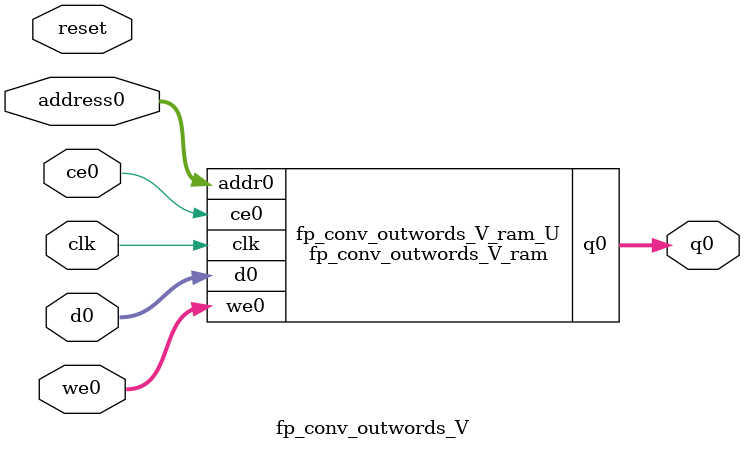
<source format=v>
`timescale 1 ns / 1 ps
module fp_conv_outwords_V_ram (addr0, ce0, d0, we0, q0,  clk);

parameter DWIDTH = 64;
parameter AWIDTH = 4;
parameter MEM_SIZE = 16;
parameter COL_WIDTH = 8;
parameter NUM_COL = (DWIDTH/COL_WIDTH);

input[AWIDTH-1:0] addr0;
input ce0;
input[DWIDTH-1:0] d0;
input [NUM_COL-1:0] we0;
output reg[DWIDTH-1:0] q0;
input clk;

(* ram_style = "block" *)reg [DWIDTH-1:0] ram[0:MEM_SIZE-1];



genvar i;

generate
    for (i=0;i<NUM_COL;i=i+1) begin
        always @(posedge clk) begin
            if (ce0) begin
                if (we0[i]) begin
                    ram[addr0][i*COL_WIDTH +: COL_WIDTH] <= d0[i*COL_WIDTH +: COL_WIDTH]; 
                end
                q0[i*COL_WIDTH +: COL_WIDTH] <= ram[addr0][i*COL_WIDTH +: COL_WIDTH];
            end
        end
    end
endgenerate


endmodule

`timescale 1 ns / 1 ps
module fp_conv_outwords_V(
    reset,
    clk,
    address0,
    ce0,
    we0,
    d0,
    q0);

parameter DataWidth = 32'd64;
parameter AddressRange = 32'd16;
parameter AddressWidth = 32'd4;
input reset;
input clk;
input[AddressWidth - 1:0] address0;
input ce0;
input[DataWidth/8 - 1:0] we0;
input[DataWidth - 1:0] d0;
output[DataWidth - 1:0] q0;



fp_conv_outwords_V_ram fp_conv_outwords_V_ram_U(
    .clk( clk ),
    .addr0( address0 ),
    .ce0( ce0 ),
    .we0( we0 ),
    .d0( d0 ),
    .q0( q0 ));

endmodule


</source>
